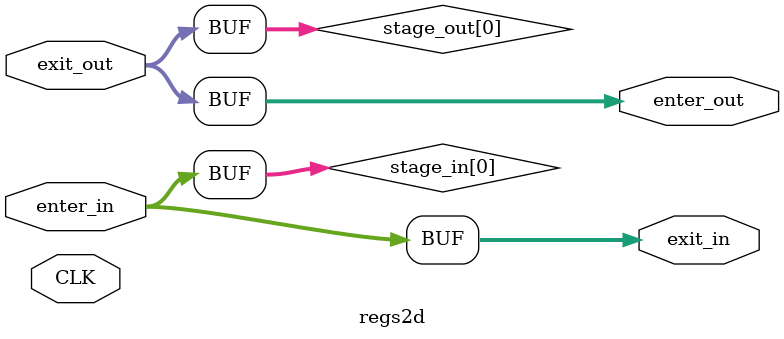
<source format=v>
`timescale 1ns / 1ps
/*
 * This software is Copyright (c) 2018 Denis Burykin
 * [denis_burykin yahoo com], [denis-burykin2014 yandex ru]
 * and it is hereby released to the general public under the following terms:
 * Redistribution and use in source and binary forms, with or without
 * modification, are permitted.
 *
 */


module regs2d #( // 2-direction
	parameter IN_WIDTH = -1,
	parameter OUT_WIDTH = -1,
	parameter STAGES = 0 // 0 stages - no registers
	)(
	input CLK,
	//input en,
	input [IN_WIDTH-1:0] enter_in,
	output [OUT_WIDTH-1:0] enter_out,
	output [IN_WIDTH-1:0] exit_in,
	input [OUT_WIDTH-1:0] exit_out
	);


	wire [IN_WIDTH-1:0] stage_in [STAGES:0];
	assign stage_in[0] = enter_in;
	assign exit_in = stage_in [STAGES];

	//wire [STAGES-1:0] stage_en;
	//assign stage_en[0] = en;
	
	wire [OUT_WIDTH-1:0] stage_out [STAGES:0];
	assign enter_out = stage_out[0];
	assign stage_out [STAGES] = exit_out;


	genvar k;
	generate
	// Stages are numbered 1..STAGES
	for (k=1; k <= STAGES; k=k+1) begin:stage

		(* SHREG_EXTRACT="no" *)
		//reg [1 + OUT_WIDTH + IN_WIDTH-1 :0] r = 0;
		reg [OUT_WIDTH + IN_WIDTH-1 :0] r = 0;

		always @(posedge CLK) begin
			//r[OUT_WIDTH + IN_WIDTH] <= stage_en[k-1];
			//if (stage_en[k-1]) begin
				r[IN_WIDTH-1:0] <= stage_in[k-1];
				r[OUT_WIDTH + IN_WIDTH-1 :IN_WIDTH] <= stage_out[k];
			//end
		end

		assign stage_in[k] = r[IN_WIDTH-1:0];
		//assign stage_en[k] = r[OUT_WIDTH + IN_WIDTH];
		assign stage_out[k-1] = r[OUT_WIDTH + IN_WIDTH-1 :IN_WIDTH];
	end
	endgenerate

endmodule

</source>
